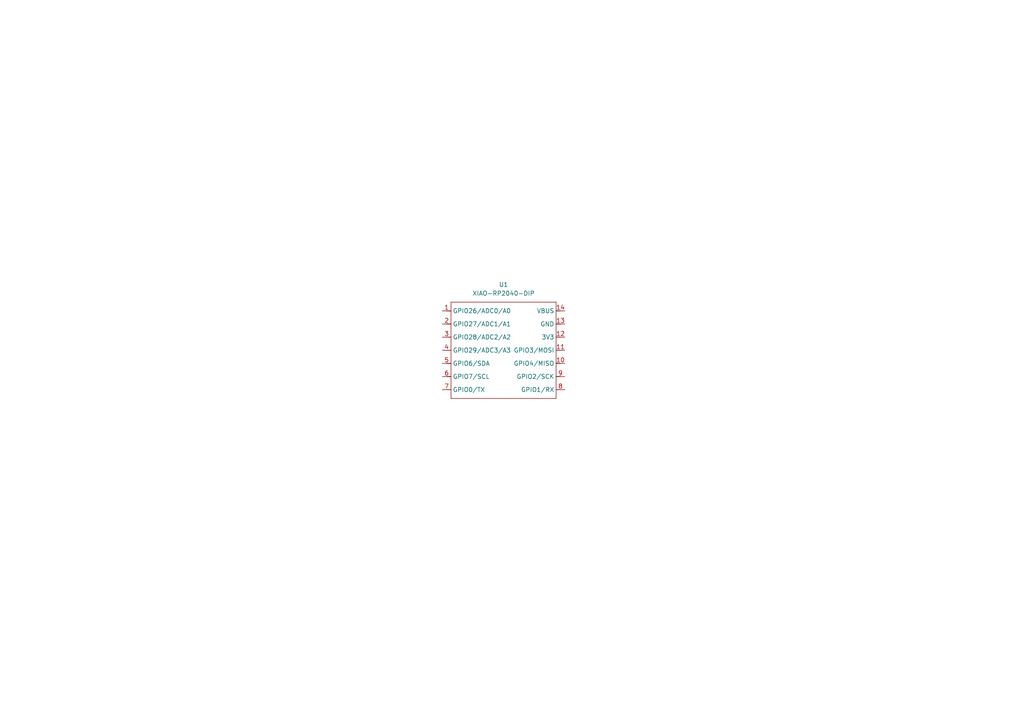
<source format=kicad_sch>
(kicad_sch (version 20250114) (generator "eeschema") (generator_version "9.0")
  (paper "A4")
  (lib_symbols
    (symbol "OPL:XIAO-RP2040-DIP"
      (property "Reference" "U" (at 0 0 0))
      (property "Value" "XIAO-RP2040-DIP" (at 5.334 -1.778 0))
      (symbol "XIAO-RP2040-DIP_1_0"
        (polyline (pts (xy -1.27 -2.54) (xy 29.21 -2.54)) (stroke (width 0.1524)))
        (polyline (pts (xy -1.27 -5.08) (xy -2.54 -5.08)) (stroke (width 0.1524)))
        (polyline (pts (xy -1.27 -5.08) (xy -1.27 -2.54)) (stroke (width 0.1524)))
        (polyline (pts (xy -1.27 -8.89) (xy -2.54 -8.89)) (stroke (width 0.1524)))
        (polyline (pts (xy -1.27 -8.89) (xy -1.27 -5.08)) (stroke (width 0.1524)))
        (polyline (pts (xy -1.27 -12.7) (xy -2.54 -12.7)) (stroke (width 0.1524)))
        (polyline (pts (xy -1.27 -12.7) (xy -1.27 -8.89)) (stroke (width 0.1524)))
        (polyline (pts (xy -1.27 -16.51) (xy -2.54 -16.51)) (stroke (width 0.1524)))
        (polyline (pts (xy -1.27 -16.51) (xy -1.27 -12.7)) (stroke (width 0.1524)))
        (polyline (pts (xy -1.27 -20.32) (xy -2.54 -20.32)) (stroke (width 0.1524)))
        (polyline (pts (xy -1.27 -24.13) (xy -2.54 -24.13)) (stroke (width 0.1524)))
        (polyline (pts (xy -1.27 -27.94) (xy -2.54 -27.94)) (stroke (width 0.1524)))
        (polyline (pts (xy -1.27 -30.48) (xy -1.27 -16.51)) (stroke (width 0.1524)))
        (polyline (pts (xy 29.21 -2.54) (xy 29.21 -5.08)) (stroke (width 0.1524)))
        (polyline (pts (xy 29.21 -5.08) (xy 29.21 -8.89)) (stroke (width 0.1524)))
        (polyline (pts (xy 29.21 -8.89) (xy 29.21 -12.7)) (stroke (width 0.1524)))
        (polyline (pts (xy 29.21 -12.7) (xy 29.21 -30.48)) (stroke (width 0.1524)))
        (polyline (pts (xy 29.21 -30.48) (xy -1.27 -30.48)) (stroke (width 0.1524)))
        (polyline (pts (xy 30.48 -5.08) (xy 29.21 -5.08)) (stroke (width 0.1524)))
        (polyline (pts (xy 30.48 -8.89) (xy 29.21 -8.89)) (stroke (width 0.1524)))
        (polyline (pts (xy 30.48 -12.7) (xy 29.21 -12.7)) (stroke (width 0.1524)))
        (polyline (pts (xy 30.48 -16.51) (xy 29.21 -16.51)) (stroke (width 0.1524)))
        (polyline (pts (xy 30.48 -20.32) (xy 29.21 -20.32)) (stroke (width 0.1524)))
        (polyline (pts (xy 30.48 -24.13) (xy 29.21 -24.13)) (stroke (width 0.1524)))
        (polyline (pts (xy 30.48 -27.94) (xy 29.21 -27.94)) (stroke (width 0.1524)))
        (pin passive line (at -3.81 -5.08 0) (length 2.54) (name "GPIO26/ADC0/A0") (number "1"))
        (pin passive line (at -3.81 -8.89 0) (length 2.54) (name "GPIO27/ADC1/A1") (number "2"))
        (pin passive line (at -3.81 -12.7 0) (length 2.54) (name "GPIO28/ADC2/A2") (number "3"))
        (pin passive line (at -3.81 -16.51 0) (length 2.54) (name "GPIO29/ADC3/A3") (number "4"))
        (pin passive line (at -3.81 -20.32 0) (length 2.54) (name "GPIO6/SDA") (number "5"))
        (pin passive line (at -3.81 -24.13 0) (length 2.54) (name "GPIO7/SCL") (number "6"))
        (pin passive line (at -3.81 -27.94 0) (length 2.54) (name "GPIO0/TX") (number "7"))
        (pin passive line (at 31.75 -5.08 180) (length 2.54) (name "VBUS") (number "14"))
        (pin passive line (at 31.75 -8.89 180) (length 2.54) (name "GND") (number "13"))
        (pin passive line (at 31.75 -12.7 180) (length 2.54) (name "3V3") (number "12"))
        (pin passive line (at 31.75 -16.51 180) (length 2.54) (name "GPIO3/MOSI") (number "11"))
        (pin passive line (at 31.75 -20.32 180) (length 2.54) (name "GPIO4/MISO") (number "10"))
        (pin passive line (at 31.75 -24.13 180) (length 2.54) (name "GPIO2/SCK") (number "9"))
        (pin passive line (at 31.75 -27.94 180) (length 2.54) (name "GPIO1/RX") (number "8"))
      )
    )
  )
  (symbol (lib_id "OPL:XIAO-RP2040-DIP") (at 132.08 85.09 0) (unit 1)
    (property "Reference" "U1" (at 146.05 82.55 0))
    (property "Value" "XIAO-RP2040-DIP" (at 146.05 85.09 0))
    (property "Footprint" "Module:MOUDLE14P-XIAO-DIP-SMD" (effects (hide yes)))
  )
)
</source>
